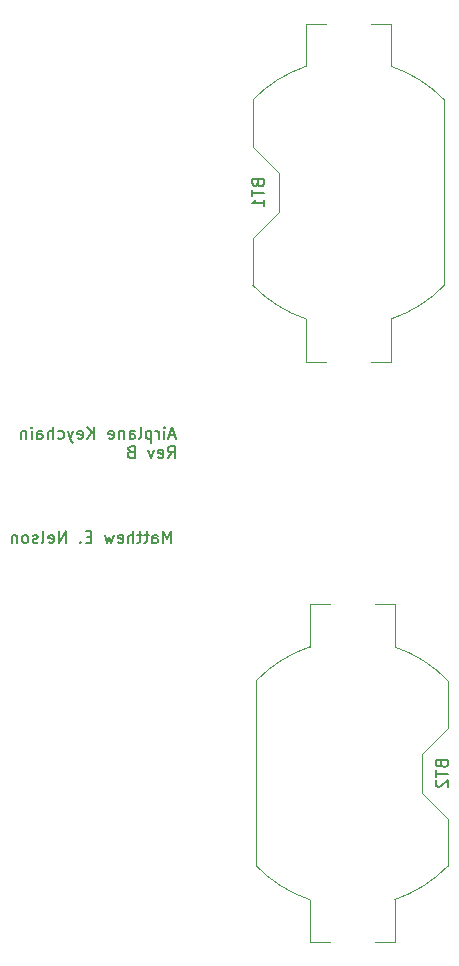
<source format=gbo>
G04 #@! TF.GenerationSoftware,KiCad,Pcbnew,7.0.7*
G04 #@! TF.CreationDate,2023-12-10T18:27:17-06:00*
G04 #@! TF.ProjectId,airplane-keychain,61697270-6c61-46e6-952d-6b6579636861,1*
G04 #@! TF.SameCoordinates,Original*
G04 #@! TF.FileFunction,Legend,Bot*
G04 #@! TF.FilePolarity,Positive*
%FSLAX46Y46*%
G04 Gerber Fmt 4.6, Leading zero omitted, Abs format (unit mm)*
G04 Created by KiCad (PCBNEW 7.0.7) date 2023-12-10 18:27:17*
%MOMM*%
%LPD*%
G01*
G04 APERTURE LIST*
%ADD10C,0.150000*%
%ADD11C,0.120000*%
%ADD12R,1.800000X1.800000*%
%ADD13C,1.800000*%
%ADD14C,1.600000*%
%ADD15O,1.600000X1.600000*%
%ADD16C,2.000000*%
%ADD17R,1.600000X1.600000*%
%ADD18R,1.700000X1.700000*%
%ADD19O,1.700000X1.700000*%
%ADD20R,3.510000X2.540000*%
G04 APERTURE END LIST*
D10*
X128010839Y-91674104D02*
X127534649Y-91674104D01*
X128106077Y-91959819D02*
X127772744Y-90959819D01*
X127772744Y-90959819D02*
X127439411Y-91959819D01*
X127106077Y-91959819D02*
X127106077Y-91293152D01*
X127106077Y-90959819D02*
X127153696Y-91007438D01*
X127153696Y-91007438D02*
X127106077Y-91055057D01*
X127106077Y-91055057D02*
X127058458Y-91007438D01*
X127058458Y-91007438D02*
X127106077Y-90959819D01*
X127106077Y-90959819D02*
X127106077Y-91055057D01*
X126629887Y-91959819D02*
X126629887Y-91293152D01*
X126629887Y-91483628D02*
X126582268Y-91388390D01*
X126582268Y-91388390D02*
X126534649Y-91340771D01*
X126534649Y-91340771D02*
X126439411Y-91293152D01*
X126439411Y-91293152D02*
X126344173Y-91293152D01*
X126010839Y-91293152D02*
X126010839Y-92293152D01*
X126010839Y-91340771D02*
X125915601Y-91293152D01*
X125915601Y-91293152D02*
X125725125Y-91293152D01*
X125725125Y-91293152D02*
X125629887Y-91340771D01*
X125629887Y-91340771D02*
X125582268Y-91388390D01*
X125582268Y-91388390D02*
X125534649Y-91483628D01*
X125534649Y-91483628D02*
X125534649Y-91769342D01*
X125534649Y-91769342D02*
X125582268Y-91864580D01*
X125582268Y-91864580D02*
X125629887Y-91912200D01*
X125629887Y-91912200D02*
X125725125Y-91959819D01*
X125725125Y-91959819D02*
X125915601Y-91959819D01*
X125915601Y-91959819D02*
X126010839Y-91912200D01*
X124963220Y-91959819D02*
X125058458Y-91912200D01*
X125058458Y-91912200D02*
X125106077Y-91816961D01*
X125106077Y-91816961D02*
X125106077Y-90959819D01*
X124153696Y-91959819D02*
X124153696Y-91436009D01*
X124153696Y-91436009D02*
X124201315Y-91340771D01*
X124201315Y-91340771D02*
X124296553Y-91293152D01*
X124296553Y-91293152D02*
X124487029Y-91293152D01*
X124487029Y-91293152D02*
X124582267Y-91340771D01*
X124153696Y-91912200D02*
X124248934Y-91959819D01*
X124248934Y-91959819D02*
X124487029Y-91959819D01*
X124487029Y-91959819D02*
X124582267Y-91912200D01*
X124582267Y-91912200D02*
X124629886Y-91816961D01*
X124629886Y-91816961D02*
X124629886Y-91721723D01*
X124629886Y-91721723D02*
X124582267Y-91626485D01*
X124582267Y-91626485D02*
X124487029Y-91578866D01*
X124487029Y-91578866D02*
X124248934Y-91578866D01*
X124248934Y-91578866D02*
X124153696Y-91531247D01*
X123677505Y-91293152D02*
X123677505Y-91959819D01*
X123677505Y-91388390D02*
X123629886Y-91340771D01*
X123629886Y-91340771D02*
X123534648Y-91293152D01*
X123534648Y-91293152D02*
X123391791Y-91293152D01*
X123391791Y-91293152D02*
X123296553Y-91340771D01*
X123296553Y-91340771D02*
X123248934Y-91436009D01*
X123248934Y-91436009D02*
X123248934Y-91959819D01*
X122391791Y-91912200D02*
X122487029Y-91959819D01*
X122487029Y-91959819D02*
X122677505Y-91959819D01*
X122677505Y-91959819D02*
X122772743Y-91912200D01*
X122772743Y-91912200D02*
X122820362Y-91816961D01*
X122820362Y-91816961D02*
X122820362Y-91436009D01*
X122820362Y-91436009D02*
X122772743Y-91340771D01*
X122772743Y-91340771D02*
X122677505Y-91293152D01*
X122677505Y-91293152D02*
X122487029Y-91293152D01*
X122487029Y-91293152D02*
X122391791Y-91340771D01*
X122391791Y-91340771D02*
X122344172Y-91436009D01*
X122344172Y-91436009D02*
X122344172Y-91531247D01*
X122344172Y-91531247D02*
X122820362Y-91626485D01*
X121153695Y-91959819D02*
X121153695Y-90959819D01*
X120582267Y-91959819D02*
X121010838Y-91388390D01*
X120582267Y-90959819D02*
X121153695Y-91531247D01*
X119772743Y-91912200D02*
X119867981Y-91959819D01*
X119867981Y-91959819D02*
X120058457Y-91959819D01*
X120058457Y-91959819D02*
X120153695Y-91912200D01*
X120153695Y-91912200D02*
X120201314Y-91816961D01*
X120201314Y-91816961D02*
X120201314Y-91436009D01*
X120201314Y-91436009D02*
X120153695Y-91340771D01*
X120153695Y-91340771D02*
X120058457Y-91293152D01*
X120058457Y-91293152D02*
X119867981Y-91293152D01*
X119867981Y-91293152D02*
X119772743Y-91340771D01*
X119772743Y-91340771D02*
X119725124Y-91436009D01*
X119725124Y-91436009D02*
X119725124Y-91531247D01*
X119725124Y-91531247D02*
X120201314Y-91626485D01*
X119391790Y-91293152D02*
X119153695Y-91959819D01*
X118915600Y-91293152D02*
X119153695Y-91959819D01*
X119153695Y-91959819D02*
X119248933Y-92197914D01*
X119248933Y-92197914D02*
X119296552Y-92245533D01*
X119296552Y-92245533D02*
X119391790Y-92293152D01*
X118106076Y-91912200D02*
X118201314Y-91959819D01*
X118201314Y-91959819D02*
X118391790Y-91959819D01*
X118391790Y-91959819D02*
X118487028Y-91912200D01*
X118487028Y-91912200D02*
X118534647Y-91864580D01*
X118534647Y-91864580D02*
X118582266Y-91769342D01*
X118582266Y-91769342D02*
X118582266Y-91483628D01*
X118582266Y-91483628D02*
X118534647Y-91388390D01*
X118534647Y-91388390D02*
X118487028Y-91340771D01*
X118487028Y-91340771D02*
X118391790Y-91293152D01*
X118391790Y-91293152D02*
X118201314Y-91293152D01*
X118201314Y-91293152D02*
X118106076Y-91340771D01*
X117677504Y-91959819D02*
X117677504Y-90959819D01*
X117248933Y-91959819D02*
X117248933Y-91436009D01*
X117248933Y-91436009D02*
X117296552Y-91340771D01*
X117296552Y-91340771D02*
X117391790Y-91293152D01*
X117391790Y-91293152D02*
X117534647Y-91293152D01*
X117534647Y-91293152D02*
X117629885Y-91340771D01*
X117629885Y-91340771D02*
X117677504Y-91388390D01*
X116344171Y-91959819D02*
X116344171Y-91436009D01*
X116344171Y-91436009D02*
X116391790Y-91340771D01*
X116391790Y-91340771D02*
X116487028Y-91293152D01*
X116487028Y-91293152D02*
X116677504Y-91293152D01*
X116677504Y-91293152D02*
X116772742Y-91340771D01*
X116344171Y-91912200D02*
X116439409Y-91959819D01*
X116439409Y-91959819D02*
X116677504Y-91959819D01*
X116677504Y-91959819D02*
X116772742Y-91912200D01*
X116772742Y-91912200D02*
X116820361Y-91816961D01*
X116820361Y-91816961D02*
X116820361Y-91721723D01*
X116820361Y-91721723D02*
X116772742Y-91626485D01*
X116772742Y-91626485D02*
X116677504Y-91578866D01*
X116677504Y-91578866D02*
X116439409Y-91578866D01*
X116439409Y-91578866D02*
X116344171Y-91531247D01*
X115867980Y-91959819D02*
X115867980Y-91293152D01*
X115867980Y-90959819D02*
X115915599Y-91007438D01*
X115915599Y-91007438D02*
X115867980Y-91055057D01*
X115867980Y-91055057D02*
X115820361Y-91007438D01*
X115820361Y-91007438D02*
X115867980Y-90959819D01*
X115867980Y-90959819D02*
X115867980Y-91055057D01*
X115391790Y-91293152D02*
X115391790Y-91959819D01*
X115391790Y-91388390D02*
X115344171Y-91340771D01*
X115344171Y-91340771D02*
X115248933Y-91293152D01*
X115248933Y-91293152D02*
X115106076Y-91293152D01*
X115106076Y-91293152D02*
X115010838Y-91340771D01*
X115010838Y-91340771D02*
X114963219Y-91436009D01*
X114963219Y-91436009D02*
X114963219Y-91959819D01*
X127391792Y-93569819D02*
X127725125Y-93093628D01*
X127963220Y-93569819D02*
X127963220Y-92569819D01*
X127963220Y-92569819D02*
X127582268Y-92569819D01*
X127582268Y-92569819D02*
X127487030Y-92617438D01*
X127487030Y-92617438D02*
X127439411Y-92665057D01*
X127439411Y-92665057D02*
X127391792Y-92760295D01*
X127391792Y-92760295D02*
X127391792Y-92903152D01*
X127391792Y-92903152D02*
X127439411Y-92998390D01*
X127439411Y-92998390D02*
X127487030Y-93046009D01*
X127487030Y-93046009D02*
X127582268Y-93093628D01*
X127582268Y-93093628D02*
X127963220Y-93093628D01*
X126582268Y-93522200D02*
X126677506Y-93569819D01*
X126677506Y-93569819D02*
X126867982Y-93569819D01*
X126867982Y-93569819D02*
X126963220Y-93522200D01*
X126963220Y-93522200D02*
X127010839Y-93426961D01*
X127010839Y-93426961D02*
X127010839Y-93046009D01*
X127010839Y-93046009D02*
X126963220Y-92950771D01*
X126963220Y-92950771D02*
X126867982Y-92903152D01*
X126867982Y-92903152D02*
X126677506Y-92903152D01*
X126677506Y-92903152D02*
X126582268Y-92950771D01*
X126582268Y-92950771D02*
X126534649Y-93046009D01*
X126534649Y-93046009D02*
X126534649Y-93141247D01*
X126534649Y-93141247D02*
X127010839Y-93236485D01*
X126201315Y-92903152D02*
X125963220Y-93569819D01*
X125963220Y-93569819D02*
X125725125Y-92903152D01*
X124248934Y-93046009D02*
X124106077Y-93093628D01*
X124106077Y-93093628D02*
X124058458Y-93141247D01*
X124058458Y-93141247D02*
X124010839Y-93236485D01*
X124010839Y-93236485D02*
X124010839Y-93379342D01*
X124010839Y-93379342D02*
X124058458Y-93474580D01*
X124058458Y-93474580D02*
X124106077Y-93522200D01*
X124106077Y-93522200D02*
X124201315Y-93569819D01*
X124201315Y-93569819D02*
X124582267Y-93569819D01*
X124582267Y-93569819D02*
X124582267Y-92569819D01*
X124582267Y-92569819D02*
X124248934Y-92569819D01*
X124248934Y-92569819D02*
X124153696Y-92617438D01*
X124153696Y-92617438D02*
X124106077Y-92665057D01*
X124106077Y-92665057D02*
X124058458Y-92760295D01*
X124058458Y-92760295D02*
X124058458Y-92855533D01*
X124058458Y-92855533D02*
X124106077Y-92950771D01*
X124106077Y-92950771D02*
X124153696Y-92998390D01*
X124153696Y-92998390D02*
X124248934Y-93046009D01*
X124248934Y-93046009D02*
X124582267Y-93046009D01*
X127663220Y-100769819D02*
X127663220Y-99769819D01*
X127663220Y-99769819D02*
X127329887Y-100484104D01*
X127329887Y-100484104D02*
X126996554Y-99769819D01*
X126996554Y-99769819D02*
X126996554Y-100769819D01*
X126091792Y-100769819D02*
X126091792Y-100246009D01*
X126091792Y-100246009D02*
X126139411Y-100150771D01*
X126139411Y-100150771D02*
X126234649Y-100103152D01*
X126234649Y-100103152D02*
X126425125Y-100103152D01*
X126425125Y-100103152D02*
X126520363Y-100150771D01*
X126091792Y-100722200D02*
X126187030Y-100769819D01*
X126187030Y-100769819D02*
X126425125Y-100769819D01*
X126425125Y-100769819D02*
X126520363Y-100722200D01*
X126520363Y-100722200D02*
X126567982Y-100626961D01*
X126567982Y-100626961D02*
X126567982Y-100531723D01*
X126567982Y-100531723D02*
X126520363Y-100436485D01*
X126520363Y-100436485D02*
X126425125Y-100388866D01*
X126425125Y-100388866D02*
X126187030Y-100388866D01*
X126187030Y-100388866D02*
X126091792Y-100341247D01*
X125758458Y-100103152D02*
X125377506Y-100103152D01*
X125615601Y-99769819D02*
X125615601Y-100626961D01*
X125615601Y-100626961D02*
X125567982Y-100722200D01*
X125567982Y-100722200D02*
X125472744Y-100769819D01*
X125472744Y-100769819D02*
X125377506Y-100769819D01*
X125187029Y-100103152D02*
X124806077Y-100103152D01*
X125044172Y-99769819D02*
X125044172Y-100626961D01*
X125044172Y-100626961D02*
X124996553Y-100722200D01*
X124996553Y-100722200D02*
X124901315Y-100769819D01*
X124901315Y-100769819D02*
X124806077Y-100769819D01*
X124472743Y-100769819D02*
X124472743Y-99769819D01*
X124044172Y-100769819D02*
X124044172Y-100246009D01*
X124044172Y-100246009D02*
X124091791Y-100150771D01*
X124091791Y-100150771D02*
X124187029Y-100103152D01*
X124187029Y-100103152D02*
X124329886Y-100103152D01*
X124329886Y-100103152D02*
X124425124Y-100150771D01*
X124425124Y-100150771D02*
X124472743Y-100198390D01*
X123187029Y-100722200D02*
X123282267Y-100769819D01*
X123282267Y-100769819D02*
X123472743Y-100769819D01*
X123472743Y-100769819D02*
X123567981Y-100722200D01*
X123567981Y-100722200D02*
X123615600Y-100626961D01*
X123615600Y-100626961D02*
X123615600Y-100246009D01*
X123615600Y-100246009D02*
X123567981Y-100150771D01*
X123567981Y-100150771D02*
X123472743Y-100103152D01*
X123472743Y-100103152D02*
X123282267Y-100103152D01*
X123282267Y-100103152D02*
X123187029Y-100150771D01*
X123187029Y-100150771D02*
X123139410Y-100246009D01*
X123139410Y-100246009D02*
X123139410Y-100341247D01*
X123139410Y-100341247D02*
X123615600Y-100436485D01*
X122806076Y-100103152D02*
X122615600Y-100769819D01*
X122615600Y-100769819D02*
X122425124Y-100293628D01*
X122425124Y-100293628D02*
X122234648Y-100769819D01*
X122234648Y-100769819D02*
X122044172Y-100103152D01*
X120901314Y-100246009D02*
X120567981Y-100246009D01*
X120425124Y-100769819D02*
X120901314Y-100769819D01*
X120901314Y-100769819D02*
X120901314Y-99769819D01*
X120901314Y-99769819D02*
X120425124Y-99769819D01*
X119996552Y-100674580D02*
X119948933Y-100722200D01*
X119948933Y-100722200D02*
X119996552Y-100769819D01*
X119996552Y-100769819D02*
X120044171Y-100722200D01*
X120044171Y-100722200D02*
X119996552Y-100674580D01*
X119996552Y-100674580D02*
X119996552Y-100769819D01*
X118758457Y-100769819D02*
X118758457Y-99769819D01*
X118758457Y-99769819D02*
X118187029Y-100769819D01*
X118187029Y-100769819D02*
X118187029Y-99769819D01*
X117329886Y-100722200D02*
X117425124Y-100769819D01*
X117425124Y-100769819D02*
X117615600Y-100769819D01*
X117615600Y-100769819D02*
X117710838Y-100722200D01*
X117710838Y-100722200D02*
X117758457Y-100626961D01*
X117758457Y-100626961D02*
X117758457Y-100246009D01*
X117758457Y-100246009D02*
X117710838Y-100150771D01*
X117710838Y-100150771D02*
X117615600Y-100103152D01*
X117615600Y-100103152D02*
X117425124Y-100103152D01*
X117425124Y-100103152D02*
X117329886Y-100150771D01*
X117329886Y-100150771D02*
X117282267Y-100246009D01*
X117282267Y-100246009D02*
X117282267Y-100341247D01*
X117282267Y-100341247D02*
X117758457Y-100436485D01*
X116710838Y-100769819D02*
X116806076Y-100722200D01*
X116806076Y-100722200D02*
X116853695Y-100626961D01*
X116853695Y-100626961D02*
X116853695Y-99769819D01*
X116377504Y-100722200D02*
X116282266Y-100769819D01*
X116282266Y-100769819D02*
X116091790Y-100769819D01*
X116091790Y-100769819D02*
X115996552Y-100722200D01*
X115996552Y-100722200D02*
X115948933Y-100626961D01*
X115948933Y-100626961D02*
X115948933Y-100579342D01*
X115948933Y-100579342D02*
X115996552Y-100484104D01*
X115996552Y-100484104D02*
X116091790Y-100436485D01*
X116091790Y-100436485D02*
X116234647Y-100436485D01*
X116234647Y-100436485D02*
X116329885Y-100388866D01*
X116329885Y-100388866D02*
X116377504Y-100293628D01*
X116377504Y-100293628D02*
X116377504Y-100246009D01*
X116377504Y-100246009D02*
X116329885Y-100150771D01*
X116329885Y-100150771D02*
X116234647Y-100103152D01*
X116234647Y-100103152D02*
X116091790Y-100103152D01*
X116091790Y-100103152D02*
X115996552Y-100150771D01*
X115377504Y-100769819D02*
X115472742Y-100722200D01*
X115472742Y-100722200D02*
X115520361Y-100674580D01*
X115520361Y-100674580D02*
X115567980Y-100579342D01*
X115567980Y-100579342D02*
X115567980Y-100293628D01*
X115567980Y-100293628D02*
X115520361Y-100198390D01*
X115520361Y-100198390D02*
X115472742Y-100150771D01*
X115472742Y-100150771D02*
X115377504Y-100103152D01*
X115377504Y-100103152D02*
X115234647Y-100103152D01*
X115234647Y-100103152D02*
X115139409Y-100150771D01*
X115139409Y-100150771D02*
X115091790Y-100198390D01*
X115091790Y-100198390D02*
X115044171Y-100293628D01*
X115044171Y-100293628D02*
X115044171Y-100579342D01*
X115044171Y-100579342D02*
X115091790Y-100674580D01*
X115091790Y-100674580D02*
X115139409Y-100722200D01*
X115139409Y-100722200D02*
X115234647Y-100769819D01*
X115234647Y-100769819D02*
X115377504Y-100769819D01*
X114615599Y-100103152D02*
X114615599Y-100769819D01*
X114615599Y-100198390D02*
X114567980Y-100150771D01*
X114567980Y-100150771D02*
X114472742Y-100103152D01*
X114472742Y-100103152D02*
X114329885Y-100103152D01*
X114329885Y-100103152D02*
X114234647Y-100150771D01*
X114234647Y-100150771D02*
X114187028Y-100246009D01*
X114187028Y-100246009D02*
X114187028Y-100769819D01*
X135011009Y-70334285D02*
X135058628Y-70477142D01*
X135058628Y-70477142D02*
X135106247Y-70524761D01*
X135106247Y-70524761D02*
X135201485Y-70572380D01*
X135201485Y-70572380D02*
X135344342Y-70572380D01*
X135344342Y-70572380D02*
X135439580Y-70524761D01*
X135439580Y-70524761D02*
X135487200Y-70477142D01*
X135487200Y-70477142D02*
X135534819Y-70381904D01*
X135534819Y-70381904D02*
X135534819Y-70000952D01*
X135534819Y-70000952D02*
X134534819Y-70000952D01*
X134534819Y-70000952D02*
X134534819Y-70334285D01*
X134534819Y-70334285D02*
X134582438Y-70429523D01*
X134582438Y-70429523D02*
X134630057Y-70477142D01*
X134630057Y-70477142D02*
X134725295Y-70524761D01*
X134725295Y-70524761D02*
X134820533Y-70524761D01*
X134820533Y-70524761D02*
X134915771Y-70477142D01*
X134915771Y-70477142D02*
X134963390Y-70429523D01*
X134963390Y-70429523D02*
X135011009Y-70334285D01*
X135011009Y-70334285D02*
X135011009Y-70000952D01*
X134534819Y-70858095D02*
X134534819Y-71429523D01*
X135534819Y-71143809D02*
X134534819Y-71143809D01*
X135534819Y-72286666D02*
X135534819Y-71715238D01*
X135534819Y-72000952D02*
X134534819Y-72000952D01*
X134534819Y-72000952D02*
X134677676Y-71905714D01*
X134677676Y-71905714D02*
X134772914Y-71810476D01*
X134772914Y-71810476D02*
X134820533Y-71715238D01*
X150551009Y-119494285D02*
X150598628Y-119637142D01*
X150598628Y-119637142D02*
X150646247Y-119684761D01*
X150646247Y-119684761D02*
X150741485Y-119732380D01*
X150741485Y-119732380D02*
X150884342Y-119732380D01*
X150884342Y-119732380D02*
X150979580Y-119684761D01*
X150979580Y-119684761D02*
X151027200Y-119637142D01*
X151027200Y-119637142D02*
X151074819Y-119541904D01*
X151074819Y-119541904D02*
X151074819Y-119160952D01*
X151074819Y-119160952D02*
X150074819Y-119160952D01*
X150074819Y-119160952D02*
X150074819Y-119494285D01*
X150074819Y-119494285D02*
X150122438Y-119589523D01*
X150122438Y-119589523D02*
X150170057Y-119637142D01*
X150170057Y-119637142D02*
X150265295Y-119684761D01*
X150265295Y-119684761D02*
X150360533Y-119684761D01*
X150360533Y-119684761D02*
X150455771Y-119637142D01*
X150455771Y-119637142D02*
X150503390Y-119589523D01*
X150503390Y-119589523D02*
X150551009Y-119494285D01*
X150551009Y-119494285D02*
X150551009Y-119160952D01*
X150074819Y-120018095D02*
X150074819Y-120589523D01*
X151074819Y-120303809D02*
X150074819Y-120303809D01*
X150170057Y-120875238D02*
X150122438Y-120922857D01*
X150122438Y-120922857D02*
X150074819Y-121018095D01*
X150074819Y-121018095D02*
X150074819Y-121256190D01*
X150074819Y-121256190D02*
X150122438Y-121351428D01*
X150122438Y-121351428D02*
X150170057Y-121399047D01*
X150170057Y-121399047D02*
X150265295Y-121446666D01*
X150265295Y-121446666D02*
X150360533Y-121446666D01*
X150360533Y-121446666D02*
X150503390Y-121399047D01*
X150503390Y-121399047D02*
X151074819Y-120827619D01*
X151074819Y-120827619D02*
X151074819Y-121446666D01*
D11*
X140800000Y-85430000D02*
X139090000Y-85430000D01*
X144600000Y-85430000D02*
X146310000Y-85430000D01*
X146310000Y-85430000D02*
X146310000Y-81812000D01*
X139090000Y-81812000D02*
X139090000Y-85430000D01*
X150810000Y-78967300D02*
X150810000Y-63272700D01*
X134590000Y-74980000D02*
X134590000Y-78967300D01*
X136790000Y-72780000D02*
X134590000Y-74980000D01*
X136790000Y-69460000D02*
X136790000Y-72780000D01*
X136790000Y-69460000D02*
X134590000Y-67260000D01*
X134590000Y-63272700D02*
X134590000Y-67260000D01*
X146310000Y-60428000D02*
X146310000Y-56810000D01*
X139090000Y-56810000D02*
X139090000Y-60428000D01*
X140800000Y-56810000D02*
X139090000Y-56810000D01*
X144600000Y-56810000D02*
X146310000Y-56810000D01*
X134588211Y-78965371D02*
G75*
G03*
X139090000Y-81812000I8111775J7845350D01*
G01*
X146309999Y-81811998D02*
G75*
G03*
X150811789Y-78965371I-3610009J10692018D01*
G01*
X139090000Y-60428000D02*
G75*
G03*
X134588211Y-63274629I3610012J-10692020D01*
G01*
X150811789Y-63274629D02*
G75*
G03*
X146310000Y-60428000I-8111801J-7845391D01*
G01*
X144900000Y-105970000D02*
X146610000Y-105970000D01*
X141100000Y-105970000D02*
X139390000Y-105970000D01*
X139390000Y-105970000D02*
X139390000Y-109588000D01*
X146610000Y-109588000D02*
X146610000Y-105970000D01*
X134890000Y-112432700D02*
X134890000Y-128127300D01*
X151110000Y-116420000D02*
X151110000Y-112432700D01*
X148910000Y-118620000D02*
X151110000Y-116420000D01*
X148910000Y-121940000D02*
X148910000Y-118620000D01*
X148910000Y-121940000D02*
X151110000Y-124140000D01*
X151110000Y-128127300D02*
X151110000Y-124140000D01*
X139390000Y-130972000D02*
X139390000Y-134590000D01*
X146610000Y-134590000D02*
X146610000Y-130972000D01*
X144900000Y-134590000D02*
X146610000Y-134590000D01*
X141100000Y-134590000D02*
X139390000Y-134590000D01*
X151111789Y-112434629D02*
G75*
G03*
X146610000Y-109588000I-8111775J-7845350D01*
G01*
X139390001Y-109588002D02*
G75*
G03*
X134888211Y-112434629I3610009J-10692018D01*
G01*
X146610000Y-130972000D02*
G75*
G03*
X151111789Y-128125371I-3610012J10692020D01*
G01*
X134888211Y-128125371D02*
G75*
G03*
X139390000Y-130972000I8111801J7845391D01*
G01*
%LPC*%
D12*
X88900000Y-97536000D03*
D13*
X88900000Y-94996000D03*
D14*
X131300000Y-102100000D03*
D15*
X131300000Y-89400000D03*
D14*
X122000000Y-95700000D03*
D15*
X109300000Y-95700000D03*
D14*
X137900000Y-147100000D03*
D15*
X150600000Y-147100000D03*
D14*
X137668000Y-41148000D03*
D15*
X150368000Y-41148000D03*
D14*
X150400000Y-141300000D03*
D15*
X137700000Y-141300000D03*
D14*
X150368000Y-49022000D03*
D15*
X137668000Y-49022000D03*
D16*
X159600000Y-92800000D03*
X166100000Y-92800000D03*
X159600000Y-97300000D03*
X166100000Y-97300000D03*
D17*
X138300000Y-99500000D03*
D15*
X138300000Y-91880000D03*
D12*
X148336000Y-162306000D03*
D13*
X150876000Y-162306000D03*
D12*
X149860000Y-28702000D03*
D13*
X147320000Y-28702000D03*
D12*
X170942000Y-96520000D03*
D13*
X170942000Y-93980000D03*
D18*
X101400000Y-95900000D03*
D19*
X98860000Y-95900000D03*
X96320000Y-95900000D03*
D17*
X152700000Y-91180000D03*
D15*
X150160000Y-91180000D03*
X147620000Y-91180000D03*
X145080000Y-91180000D03*
X145080000Y-98800000D03*
X147620000Y-98800000D03*
X150160000Y-98800000D03*
X152700000Y-98800000D03*
D20*
X142700000Y-85800000D03*
X142700000Y-56440000D03*
X143000000Y-105600000D03*
X143000000Y-134960000D03*
%LPD*%
M02*

</source>
